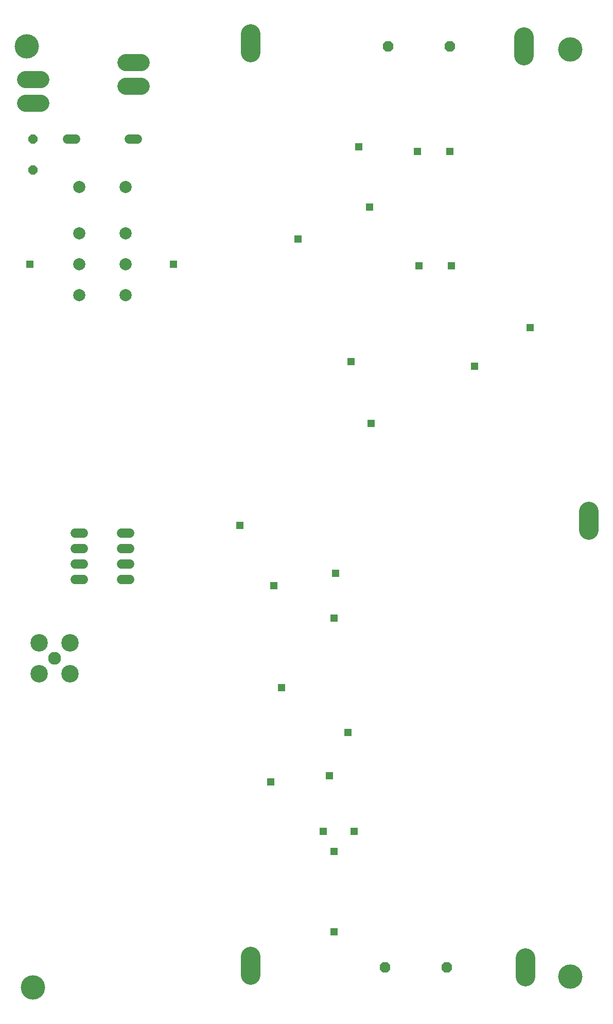
<source format=gbs>
G75*
%MOIN*%
%OFA0B0*%
%FSLAX25Y25*%
%IPPOS*%
%LPD*%
%AMOC8*
5,1,8,0,0,1.08239X$1,22.5*
%
%ADD10C,0.15750*%
%ADD11C,0.10839*%
%ADD12C,0.08300*%
%ADD13C,0.11300*%
%ADD14C,0.06000*%
%ADD15C,0.07887*%
%ADD16C,0.12650*%
%ADD17OC8,0.06000*%
%ADD18OC8,0.06800*%
%ADD19R,0.04762X0.04762*%
D10*
X0028800Y0019800D03*
X0376800Y0026800D03*
X0376800Y0626800D03*
X0024800Y0628800D03*
D11*
X0023780Y0607595D02*
X0033820Y0607595D01*
X0033820Y0592005D02*
X0023780Y0592005D01*
X0088780Y0603005D02*
X0098820Y0603005D01*
X0098820Y0618595D02*
X0088780Y0618595D01*
D12*
X0042800Y0232800D03*
D13*
X0032761Y0242839D03*
X0032761Y0222761D03*
X0052839Y0222761D03*
X0052839Y0242839D03*
D14*
X0056200Y0283800D02*
X0061400Y0283800D01*
X0061400Y0293800D02*
X0056200Y0293800D01*
X0056200Y0303800D02*
X0061400Y0303800D01*
X0061400Y0313800D02*
X0056200Y0313800D01*
X0086200Y0313800D02*
X0091400Y0313800D01*
X0091400Y0303800D02*
X0086200Y0303800D01*
X0086200Y0293800D02*
X0091400Y0293800D01*
X0091400Y0283800D02*
X0086200Y0283800D01*
X0091200Y0568800D02*
X0096400Y0568800D01*
X0056400Y0568800D02*
X0051200Y0568800D01*
D15*
X0058800Y0537800D03*
X0058800Y0507800D03*
X0058800Y0487800D03*
X0058800Y0467800D03*
X0088800Y0467800D03*
X0088800Y0487800D03*
X0088800Y0507800D03*
X0088800Y0537800D03*
D16*
X0169800Y0624875D02*
X0169800Y0636725D01*
X0346800Y0634725D02*
X0346800Y0622875D01*
X0388800Y0327725D02*
X0388800Y0315875D01*
X0347800Y0038725D02*
X0347800Y0026875D01*
X0169800Y0027875D02*
X0169800Y0039725D01*
D17*
X0028800Y0548800D03*
X0028800Y0568800D03*
D18*
X0258800Y0628800D03*
X0298800Y0628800D03*
X0296800Y0032800D03*
X0256800Y0032800D03*
D19*
X0223800Y0055800D03*
X0223800Y0107800D03*
X0216800Y0120800D03*
X0236800Y0120800D03*
X0220800Y0156800D03*
X0232800Y0184800D03*
X0189800Y0213800D03*
X0223800Y0258800D03*
X0224800Y0287800D03*
X0184800Y0279800D03*
X0162800Y0318800D03*
X0234800Y0424800D03*
X0247800Y0384800D03*
X0314800Y0421800D03*
X0350800Y0446800D03*
X0299800Y0486800D03*
X0278800Y0486800D03*
X0246800Y0524800D03*
X0239800Y0563800D03*
X0277800Y0560800D03*
X0298800Y0560800D03*
X0200500Y0504100D03*
X0119800Y0487800D03*
X0026800Y0487800D03*
X0182800Y0152800D03*
M02*

</source>
